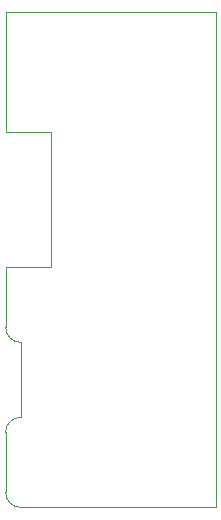
<source format=gbr>
%TF.GenerationSoftware,KiCad,Pcbnew,(5.1.9)-1*%
%TF.CreationDate,2021-01-15T17:16:07+09:00*%
%TF.ProjectId,test2,74657374-322e-46b6-9963-61645f706362,rev?*%
%TF.SameCoordinates,Original*%
%TF.FileFunction,Profile,NP*%
%FSLAX46Y46*%
G04 Gerber Fmt 4.6, Leading zero omitted, Abs format (unit mm)*
G04 Created by KiCad (PCBNEW (5.1.9)-1) date 2021-01-15 17:16:07*
%MOMM*%
%LPD*%
G01*
G04 APERTURE LIST*
%TA.AperFunction,Profile*%
%ADD10C,0.050000*%
%TD*%
G04 APERTURE END LIST*
D10*
X135890000Y-104140000D02*
X135890000Y-109220000D01*
X135890000Y-82550000D02*
X153670000Y-82550000D01*
X135890000Y-92710000D02*
X135890000Y-82550000D01*
X137160000Y-124460000D02*
X153670000Y-124460000D01*
X135890000Y-118110000D02*
X135890000Y-123190000D01*
X137160000Y-110490000D02*
G75*
G02*
X135890000Y-109220000I0J1270000D01*
G01*
X137160000Y-124460000D02*
G75*
G02*
X135890000Y-123190000I0J1270000D01*
G01*
X135890000Y-118110000D02*
G75*
G02*
X137160000Y-116840000I1270000J0D01*
G01*
X139700000Y-92710000D02*
X135890000Y-92710000D01*
X139700000Y-104140000D02*
X139700000Y-92710000D01*
X135890000Y-104140000D02*
X139700000Y-104140000D01*
X137160000Y-116840000D02*
X137160000Y-110490000D01*
X153670000Y-82550000D02*
X153670000Y-124460000D01*
M02*

</source>
